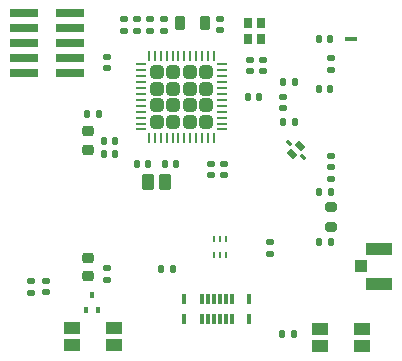
<source format=gbr>
%TF.GenerationSoftware,KiCad,Pcbnew,7.0.7*%
%TF.CreationDate,2023-11-09T15:37:00-05:00*%
%TF.ProjectId,Occupancy_Sensor-A,4f636375-7061-46e6-9379-5f53656e736f,rev?*%
%TF.SameCoordinates,Original*%
%TF.FileFunction,Paste,Top*%
%TF.FilePolarity,Positive*%
%FSLAX46Y46*%
G04 Gerber Fmt 4.6, Leading zero omitted, Abs format (unit mm)*
G04 Created by KiCad (PCBNEW 7.0.7) date 2023-11-09 15:37:00*
%MOMM*%
%LPD*%
G01*
G04 APERTURE LIST*
G04 Aperture macros list*
%AMRoundRect*
0 Rectangle with rounded corners*
0 $1 Rounding radius*
0 $2 $3 $4 $5 $6 $7 $8 $9 X,Y pos of 4 corners*
0 Add a 4 corners polygon primitive as box body*
4,1,4,$2,$3,$4,$5,$6,$7,$8,$9,$2,$3,0*
0 Add four circle primitives for the rounded corners*
1,1,$1+$1,$2,$3*
1,1,$1+$1,$4,$5*
1,1,$1+$1,$6,$7*
1,1,$1+$1,$8,$9*
0 Add four rect primitives between the rounded corners*
20,1,$1+$1,$2,$3,$4,$5,0*
20,1,$1+$1,$4,$5,$6,$7,0*
20,1,$1+$1,$6,$7,$8,$9,0*
20,1,$1+$1,$8,$9,$2,$3,0*%
%AMRotRect*
0 Rectangle, with rotation*
0 The origin of the aperture is its center*
0 $1 length*
0 $2 width*
0 $3 Rotation angle, in degrees counterclockwise*
0 Add horizontal line*
21,1,$1,$2,0,0,$3*%
G04 Aperture macros list end*
%ADD10RoundRect,0.147500X0.172500X-0.147500X0.172500X0.147500X-0.172500X0.147500X-0.172500X-0.147500X0*%
%ADD11RotRect,0.500000X0.300000X315.000000*%
%ADD12RotRect,0.800000X0.500000X315.000000*%
%ADD13R,0.400000X0.510000*%
%ADD14R,0.300000X0.870000*%
%ADD15R,1.050000X1.000000*%
%ADD16R,2.200000X1.050000*%
%ADD17R,1.400000X1.050000*%
%ADD18RoundRect,0.218750X0.256250X-0.218750X0.256250X0.218750X-0.256250X0.218750X-0.256250X-0.218750X0*%
%ADD19RoundRect,0.140000X-0.140000X-0.170000X0.140000X-0.170000X0.140000X0.170000X-0.140000X0.170000X0*%
%ADD20RoundRect,0.147500X-0.172500X0.147500X-0.172500X-0.147500X0.172500X-0.147500X0.172500X0.147500X0*%
%ADD21RoundRect,0.140000X-0.170000X0.140000X-0.170000X-0.140000X0.170000X-0.140000X0.170000X0.140000X0*%
%ADD22RoundRect,0.135000X0.185000X-0.135000X0.185000X0.135000X-0.185000X0.135000X-0.185000X-0.135000X0*%
%ADD23RoundRect,0.140000X0.140000X0.170000X-0.140000X0.170000X-0.140000X-0.170000X0.140000X-0.170000X0*%
%ADD24R,0.200000X0.480000*%
%ADD25RoundRect,0.075000X0.300000X-0.350000X0.300000X0.350000X-0.300000X0.350000X-0.300000X-0.350000X0*%
%ADD26RoundRect,0.140000X0.170000X-0.140000X0.170000X0.140000X-0.170000X0.140000X-0.170000X-0.140000X0*%
%ADD27RoundRect,0.135000X-0.135000X-0.185000X0.135000X-0.185000X0.135000X0.185000X-0.135000X0.185000X0*%
%ADD28R,2.400000X0.740000*%
%ADD29RoundRect,0.135000X-0.185000X0.135000X-0.185000X-0.135000X0.185000X-0.135000X0.185000X0.135000X0*%
%ADD30RoundRect,0.135000X0.135000X0.185000X-0.135000X0.185000X-0.135000X-0.185000X0.135000X-0.185000X0*%
%ADD31RoundRect,0.250000X0.315000X-0.315000X0.315000X0.315000X-0.315000X0.315000X-0.315000X-0.315000X0*%
%ADD32RoundRect,0.062500X0.062500X-0.375000X0.062500X0.375000X-0.062500X0.375000X-0.062500X-0.375000X0*%
%ADD33RoundRect,0.062500X0.375000X-0.062500X0.375000X0.062500X-0.375000X0.062500X-0.375000X-0.062500X0*%
%ADD34RoundRect,0.100000X0.400000X0.550000X-0.400000X0.550000X-0.400000X-0.550000X0.400000X-0.550000X0*%
%ADD35RoundRect,0.218750X0.218750X0.381250X-0.218750X0.381250X-0.218750X-0.381250X0.218750X-0.381250X0*%
%ADD36RoundRect,0.100000X-0.400000X0.100000X-0.400000X-0.100000X0.400000X-0.100000X0.400000X0.100000X0*%
%ADD37RoundRect,0.200000X-0.275000X0.200000X-0.275000X-0.200000X0.275000X-0.200000X0.275000X0.200000X0*%
G04 APERTURE END LIST*
D10*
%TO.C,L5*%
X157630000Y-105885000D03*
X157630000Y-104915000D03*
%TD*%
D11*
%TO.C,U8*%
X154098959Y-112098959D03*
D12*
X154381802Y-113018198D03*
D11*
X155301041Y-113301041D03*
D12*
X155018198Y-112381802D03*
%TD*%
D13*
%TO.C,Q6*%
X137400000Y-124955000D03*
X137900000Y-126245000D03*
X136900000Y-126245000D03*
%TD*%
D14*
%TO.C,J4*%
X145250000Y-125285000D03*
X146750000Y-125285000D03*
X147250000Y-125285000D03*
X147750000Y-125285000D03*
X148250000Y-125285000D03*
X148750000Y-125285000D03*
X149250000Y-125285000D03*
X150750000Y-125285000D03*
X150750000Y-127015000D03*
X149250000Y-127015000D03*
X148750000Y-127015000D03*
X148250000Y-127015000D03*
X147750000Y-127015000D03*
X147250000Y-127015000D03*
X146750000Y-127015000D03*
X145250000Y-127015000D03*
%TD*%
D15*
%TO.C,J3*%
X160225000Y-122550000D03*
D16*
X161750000Y-121075000D03*
X161750000Y-124025000D03*
%TD*%
D17*
%TO.C,SW2*%
X139300000Y-129225000D03*
X135700000Y-129225000D03*
X139300000Y-127775000D03*
X135700000Y-127775000D03*
%TD*%
%TO.C,SW1*%
X156700000Y-127850000D03*
X160300000Y-127850000D03*
X156700000Y-129300000D03*
X160300000Y-129300000D03*
%TD*%
D18*
%TO.C,D2*%
X137050000Y-112687500D03*
X137050000Y-111112500D03*
%TD*%
D19*
%TO.C,C24*%
X153625000Y-106950000D03*
X154585000Y-106950000D03*
%TD*%
D20*
%TO.C,L2*%
X143500000Y-101615000D03*
X143500000Y-102585000D03*
%TD*%
D21*
%TO.C,C10*%
X148600000Y-113870000D03*
X148600000Y-114830000D03*
%TD*%
D22*
%TO.C,R21*%
X132250000Y-124760000D03*
X132250000Y-123740000D03*
%TD*%
D23*
%TO.C,C14*%
X142180000Y-113900000D03*
X141220000Y-113900000D03*
%TD*%
%TO.C,C28*%
X156670000Y-116250000D03*
X157630000Y-116250000D03*
%TD*%
D21*
%TO.C,C31*%
X157630000Y-115130000D03*
X157630000Y-114170000D03*
%TD*%
D24*
%TO.C,U3*%
X147750000Y-121550000D03*
X148250000Y-121550000D03*
X148750000Y-121550000D03*
X148750000Y-120250000D03*
X148250000Y-120250000D03*
X147750000Y-120250000D03*
%TD*%
D21*
%TO.C,C22*%
X150800000Y-105070000D03*
X150800000Y-106030000D03*
%TD*%
%TO.C,C11*%
X147500000Y-113870000D03*
X147500000Y-114830000D03*
%TD*%
D25*
%TO.C,Y2*%
X151725000Y-103275000D03*
X151725000Y-101925000D03*
X150675000Y-101925000D03*
X150675000Y-103275000D03*
%TD*%
D26*
%TO.C,C17*%
X142300000Y-102580000D03*
X142300000Y-101620000D03*
%TD*%
D19*
%TO.C,C13*%
X150620000Y-108200000D03*
X151580000Y-108200000D03*
%TD*%
D27*
%TO.C,R2*%
X153490000Y-128300000D03*
X154510000Y-128300000D03*
%TD*%
D26*
%TO.C,C16*%
X140100000Y-102580000D03*
X140100000Y-101620000D03*
%TD*%
%TO.C,C26*%
X157630000Y-114130000D03*
X157630000Y-113170000D03*
%TD*%
D23*
%TO.C,C30*%
X157610000Y-103250000D03*
X156650000Y-103250000D03*
%TD*%
D18*
%TO.C,D1*%
X137050000Y-123387500D03*
X137050000Y-121812500D03*
%TD*%
D26*
%TO.C,C15*%
X141200000Y-102580000D03*
X141200000Y-101620000D03*
%TD*%
D27*
%TO.C,R13*%
X136990000Y-109600000D03*
X138010000Y-109600000D03*
%TD*%
D28*
%TO.C,J2*%
X131650000Y-101060000D03*
X135550000Y-101060000D03*
X131650000Y-102330000D03*
X135550000Y-102330000D03*
X131650000Y-103600000D03*
X135550000Y-103600000D03*
X131650000Y-104870000D03*
X135550000Y-104870000D03*
X131650000Y-106140000D03*
X135550000Y-106140000D03*
%TD*%
D19*
%TO.C,C25*%
X153620000Y-110328200D03*
X154580000Y-110328200D03*
%TD*%
D29*
%TO.C,R15*%
X152500000Y-120490000D03*
X152500000Y-121510000D03*
%TD*%
D30*
%TO.C,R1*%
X144310000Y-122800000D03*
X143290000Y-122800000D03*
%TD*%
D29*
%TO.C,R8*%
X138700000Y-122690000D03*
X138700000Y-123710000D03*
%TD*%
D23*
%TO.C,C29*%
X156650000Y-107550000D03*
X157610000Y-107550000D03*
%TD*%
D31*
%TO.C,U6*%
X142900000Y-110300000D03*
X144300000Y-110300000D03*
X145700000Y-110300000D03*
X147100000Y-110300000D03*
X142900000Y-108900000D03*
X144300000Y-108900000D03*
X145700000Y-108900000D03*
X147100000Y-108900000D03*
X142900000Y-107500000D03*
X144300000Y-107500000D03*
X145700000Y-107500000D03*
X147100000Y-107500000D03*
X142900000Y-106100000D03*
X144300000Y-106100000D03*
X145700000Y-106100000D03*
X147100000Y-106100000D03*
D32*
X142250000Y-111637500D03*
X142750000Y-111637500D03*
X143250000Y-111637500D03*
X143750000Y-111637500D03*
X144250000Y-111637500D03*
X144750000Y-111637500D03*
X145250000Y-111637500D03*
X145750000Y-111637500D03*
X146250000Y-111637500D03*
X146750000Y-111637500D03*
X147250000Y-111637500D03*
X147750000Y-111637500D03*
D33*
X148437500Y-110950000D03*
X148437500Y-110450000D03*
X148437500Y-109950000D03*
X148437500Y-109450000D03*
X148437500Y-108950000D03*
X148437500Y-108450000D03*
X148437500Y-107950000D03*
X148437500Y-107450000D03*
X148437500Y-106950000D03*
X148437500Y-106450000D03*
X148437500Y-105950000D03*
X148437500Y-105450000D03*
D32*
X147750000Y-104762500D03*
X147250000Y-104762500D03*
X146750000Y-104762500D03*
X146250000Y-104762500D03*
X145750000Y-104762500D03*
X145250000Y-104762500D03*
X144750000Y-104762500D03*
X144250000Y-104762500D03*
X143750000Y-104762500D03*
X143250000Y-104762500D03*
X142750000Y-104762500D03*
X142250000Y-104762500D03*
D33*
X141562500Y-105450000D03*
X141562500Y-105950000D03*
X141562500Y-106450000D03*
X141562500Y-106950000D03*
X141562500Y-107450000D03*
X141562500Y-107950000D03*
X141562500Y-108450000D03*
X141562500Y-108950000D03*
X141562500Y-109450000D03*
X141562500Y-109950000D03*
X141562500Y-110450000D03*
X141562500Y-110950000D03*
%TD*%
D23*
%TO.C,C18*%
X139380000Y-111900000D03*
X138420000Y-111900000D03*
%TD*%
D34*
%TO.C,Y3*%
X143650000Y-115400000D03*
X142150000Y-115400000D03*
%TD*%
D21*
%TO.C,C23*%
X151900000Y-105070000D03*
X151900000Y-106030000D03*
%TD*%
D23*
%TO.C,C20*%
X139380000Y-113000000D03*
X138420000Y-113000000D03*
%TD*%
%TO.C,C12*%
X144580000Y-113900000D03*
X143620000Y-113900000D03*
%TD*%
D26*
%TO.C,C19*%
X148300000Y-102530000D03*
X148300000Y-101570000D03*
%TD*%
D35*
%TO.C,L1*%
X146962500Y-101950000D03*
X144837500Y-101950000D03*
%TD*%
D36*
%TO.C,AE1*%
X159350000Y-103250000D03*
%TD*%
D37*
%TO.C,L4*%
X157650000Y-117525000D03*
X157650000Y-119175000D03*
%TD*%
D20*
%TO.C,L3*%
X153625000Y-108166000D03*
X153625000Y-109136000D03*
%TD*%
D21*
%TO.C,C9*%
X133500000Y-123770000D03*
X133500000Y-124730000D03*
%TD*%
D26*
%TO.C,C21*%
X138700000Y-105780000D03*
X138700000Y-104820000D03*
%TD*%
D23*
%TO.C,C27*%
X156670000Y-120450000D03*
X157630000Y-120450000D03*
%TD*%
M02*

</source>
